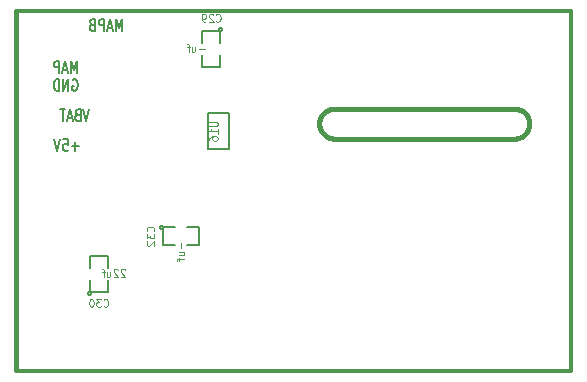
<source format=gbo>
G04 (created by PCBNEW-RS274X (20100406 SVN-R2508)-final) date 6/3/2010 10:02:14 PM*
G01*
G70*
G90*
%MOIN*%
G04 Gerber Fmt 3.4, Leading zero omitted, Abs format*
%FSLAX34Y34*%
G04 APERTURE LIST*
%ADD10C,0.006000*%
%ADD11C,0.012000*%
%ADD12C,0.015000*%
%ADD13C,0.005000*%
%ADD14C,0.004200*%
G04 APERTURE END LIST*
G54D10*
G54D11*
X39500Y-43250D02*
X21000Y-43250D01*
X39500Y-55250D02*
X39500Y-43250D01*
X21000Y-55250D02*
X39500Y-55250D01*
G54D12*
X21000Y-55200D02*
X21000Y-55000D01*
X31600Y-46500D02*
X31557Y-46502D01*
X31514Y-46508D01*
X31471Y-46518D01*
X31429Y-46531D01*
X31389Y-46547D01*
X31351Y-46567D01*
X31314Y-46591D01*
X31279Y-46617D01*
X31247Y-46647D01*
X31217Y-46679D01*
X31191Y-46714D01*
X31167Y-46751D01*
X31147Y-46789D01*
X31131Y-46829D01*
X31118Y-46871D01*
X31108Y-46914D01*
X31102Y-46957D01*
X31100Y-47000D01*
X31100Y-47000D02*
X31102Y-47043D01*
X31108Y-47086D01*
X31118Y-47129D01*
X31131Y-47171D01*
X31147Y-47211D01*
X31167Y-47249D01*
X31191Y-47286D01*
X31217Y-47321D01*
X31247Y-47353D01*
X31279Y-47383D01*
X31314Y-47409D01*
X31351Y-47433D01*
X31389Y-47453D01*
X31429Y-47469D01*
X31471Y-47482D01*
X31514Y-47492D01*
X31557Y-47498D01*
X31600Y-47500D01*
X37600Y-47500D02*
X37643Y-47498D01*
X37686Y-47492D01*
X37729Y-47482D01*
X37771Y-47469D01*
X37811Y-47453D01*
X37850Y-47433D01*
X37886Y-47409D01*
X37921Y-47383D01*
X37953Y-47353D01*
X37983Y-47321D01*
X38009Y-47286D01*
X38033Y-47249D01*
X38053Y-47211D01*
X38069Y-47171D01*
X38082Y-47129D01*
X38092Y-47086D01*
X38098Y-47043D01*
X38100Y-47000D01*
X38100Y-47000D02*
X38098Y-46957D01*
X38092Y-46914D01*
X38082Y-46871D01*
X38069Y-46829D01*
X38053Y-46789D01*
X38033Y-46751D01*
X38009Y-46714D01*
X37983Y-46679D01*
X37953Y-46647D01*
X37921Y-46617D01*
X37886Y-46591D01*
X37850Y-46567D01*
X37811Y-46547D01*
X37771Y-46531D01*
X37729Y-46518D01*
X37686Y-46508D01*
X37643Y-46502D01*
X37600Y-46500D01*
X31600Y-47500D02*
X37600Y-47500D01*
X37600Y-46500D02*
X31600Y-46500D01*
G54D13*
X23086Y-47760D02*
X22857Y-47760D01*
X22971Y-47912D02*
X22971Y-47607D01*
X22572Y-47512D02*
X22715Y-47512D01*
X22729Y-47702D01*
X22715Y-47683D01*
X22686Y-47664D01*
X22615Y-47664D01*
X22586Y-47683D01*
X22572Y-47702D01*
X22557Y-47740D01*
X22557Y-47836D01*
X22572Y-47874D01*
X22586Y-47893D01*
X22615Y-47912D01*
X22686Y-47912D01*
X22715Y-47893D01*
X22729Y-47874D01*
X22471Y-47512D02*
X22371Y-47912D01*
X22271Y-47512D01*
X23442Y-46512D02*
X23342Y-46912D01*
X23242Y-46512D01*
X23043Y-46702D02*
X23000Y-46721D01*
X22985Y-46740D01*
X22971Y-46779D01*
X22971Y-46836D01*
X22985Y-46874D01*
X23000Y-46893D01*
X23028Y-46912D01*
X23143Y-46912D01*
X23143Y-46512D01*
X23043Y-46512D01*
X23014Y-46531D01*
X23000Y-46550D01*
X22985Y-46588D01*
X22985Y-46626D01*
X23000Y-46664D01*
X23014Y-46683D01*
X23043Y-46702D01*
X23143Y-46702D01*
X22857Y-46798D02*
X22714Y-46798D01*
X22885Y-46912D02*
X22785Y-46512D01*
X22685Y-46912D01*
X22628Y-46512D02*
X22457Y-46512D01*
X22543Y-46912D02*
X22543Y-46512D01*
X22878Y-45531D02*
X22907Y-45512D01*
X22950Y-45512D01*
X22993Y-45531D01*
X23021Y-45569D01*
X23036Y-45607D01*
X23050Y-45683D01*
X23050Y-45740D01*
X23036Y-45817D01*
X23021Y-45855D01*
X22993Y-45893D01*
X22950Y-45912D01*
X22921Y-45912D01*
X22878Y-45893D01*
X22864Y-45874D01*
X22864Y-45740D01*
X22921Y-45740D01*
X22736Y-45912D02*
X22736Y-45512D01*
X22564Y-45912D01*
X22564Y-45512D01*
X22422Y-45912D02*
X22422Y-45512D01*
X22350Y-45512D01*
X22307Y-45531D01*
X22279Y-45569D01*
X22264Y-45607D01*
X22250Y-45683D01*
X22250Y-45740D01*
X22264Y-45817D01*
X22279Y-45855D01*
X22307Y-45893D01*
X22350Y-45912D01*
X22422Y-45912D01*
X23029Y-45312D02*
X23029Y-44912D01*
X22929Y-45198D01*
X22829Y-44912D01*
X22829Y-45312D01*
X22700Y-45198D02*
X22557Y-45198D01*
X22728Y-45312D02*
X22628Y-44912D01*
X22528Y-45312D01*
X22429Y-45312D02*
X22429Y-44912D01*
X22314Y-44912D01*
X22286Y-44931D01*
X22271Y-44950D01*
X22257Y-44988D01*
X22257Y-45045D01*
X22271Y-45083D01*
X22286Y-45102D01*
X22314Y-45121D01*
X22429Y-45121D01*
X24529Y-43912D02*
X24529Y-43512D01*
X24429Y-43798D01*
X24329Y-43512D01*
X24329Y-43912D01*
X24200Y-43798D02*
X24057Y-43798D01*
X24228Y-43912D02*
X24128Y-43512D01*
X24028Y-43912D01*
X23929Y-43912D02*
X23929Y-43512D01*
X23814Y-43512D01*
X23786Y-43531D01*
X23771Y-43550D01*
X23757Y-43588D01*
X23757Y-43645D01*
X23771Y-43683D01*
X23786Y-43702D01*
X23814Y-43721D01*
X23929Y-43721D01*
X23529Y-43702D02*
X23486Y-43721D01*
X23471Y-43740D01*
X23457Y-43779D01*
X23457Y-43836D01*
X23471Y-43874D01*
X23486Y-43893D01*
X23514Y-43912D01*
X23629Y-43912D01*
X23629Y-43512D01*
X23529Y-43512D01*
X23500Y-43531D01*
X23486Y-43550D01*
X23471Y-43588D01*
X23471Y-43626D01*
X23486Y-43664D01*
X23500Y-43683D01*
X23529Y-43702D01*
X23629Y-43702D01*
G54D12*
X21000Y-43250D02*
X21000Y-55000D01*
G54D13*
X27400Y-47850D02*
X28100Y-47850D01*
X28100Y-47850D02*
X28100Y-46650D01*
X28100Y-46650D02*
X27400Y-46650D01*
X27400Y-46650D02*
X27400Y-47850D01*
X23500Y-52650D02*
X23499Y-52659D01*
X23496Y-52669D01*
X23491Y-52677D01*
X23485Y-52685D01*
X23477Y-52691D01*
X23469Y-52696D01*
X23460Y-52698D01*
X23450Y-52699D01*
X23441Y-52699D01*
X23432Y-52696D01*
X23423Y-52691D01*
X23416Y-52685D01*
X23409Y-52678D01*
X23405Y-52669D01*
X23402Y-52660D01*
X23401Y-52650D01*
X23401Y-52641D01*
X23404Y-52632D01*
X23408Y-52623D01*
X23415Y-52616D01*
X23422Y-52609D01*
X23430Y-52605D01*
X23440Y-52602D01*
X23449Y-52601D01*
X23458Y-52601D01*
X23468Y-52604D01*
X23476Y-52608D01*
X23484Y-52614D01*
X23490Y-52622D01*
X23495Y-52630D01*
X23498Y-52639D01*
X23499Y-52649D01*
X23500Y-52650D01*
X23450Y-52200D02*
X23450Y-52600D01*
X23450Y-52600D02*
X24050Y-52600D01*
X24050Y-52600D02*
X24050Y-52200D01*
X24050Y-51800D02*
X24050Y-51400D01*
X24050Y-51400D02*
X23450Y-51400D01*
X23450Y-51400D02*
X23450Y-51800D01*
X25900Y-50450D02*
X25899Y-50459D01*
X25896Y-50469D01*
X25891Y-50477D01*
X25885Y-50485D01*
X25877Y-50491D01*
X25869Y-50496D01*
X25860Y-50498D01*
X25850Y-50499D01*
X25841Y-50499D01*
X25832Y-50496D01*
X25823Y-50491D01*
X25816Y-50485D01*
X25809Y-50478D01*
X25805Y-50469D01*
X25802Y-50460D01*
X25801Y-50450D01*
X25801Y-50441D01*
X25804Y-50432D01*
X25808Y-50423D01*
X25815Y-50416D01*
X25822Y-50409D01*
X25830Y-50405D01*
X25840Y-50402D01*
X25849Y-50401D01*
X25858Y-50401D01*
X25868Y-50404D01*
X25876Y-50408D01*
X25884Y-50414D01*
X25890Y-50422D01*
X25895Y-50430D01*
X25898Y-50439D01*
X25899Y-50449D01*
X25900Y-50450D01*
X26300Y-50450D02*
X25900Y-50450D01*
X25900Y-50450D02*
X25900Y-51050D01*
X25900Y-51050D02*
X26300Y-51050D01*
X26700Y-51050D02*
X27100Y-51050D01*
X27100Y-51050D02*
X27100Y-50450D01*
X27100Y-50450D02*
X26700Y-50450D01*
X27850Y-43850D02*
X27849Y-43859D01*
X27846Y-43869D01*
X27841Y-43877D01*
X27835Y-43885D01*
X27827Y-43891D01*
X27819Y-43896D01*
X27810Y-43898D01*
X27800Y-43899D01*
X27791Y-43899D01*
X27782Y-43896D01*
X27773Y-43891D01*
X27766Y-43885D01*
X27759Y-43878D01*
X27755Y-43869D01*
X27752Y-43860D01*
X27751Y-43850D01*
X27751Y-43841D01*
X27754Y-43832D01*
X27758Y-43823D01*
X27765Y-43816D01*
X27772Y-43809D01*
X27780Y-43805D01*
X27790Y-43802D01*
X27799Y-43801D01*
X27808Y-43801D01*
X27818Y-43804D01*
X27826Y-43808D01*
X27834Y-43814D01*
X27840Y-43822D01*
X27845Y-43830D01*
X27848Y-43839D01*
X27849Y-43849D01*
X27850Y-43850D01*
X27800Y-44300D02*
X27800Y-43900D01*
X27800Y-43900D02*
X27200Y-43900D01*
X27200Y-43900D02*
X27200Y-44300D01*
X27200Y-44700D02*
X27200Y-45100D01*
X27200Y-45100D02*
X27800Y-45100D01*
X27800Y-45100D02*
X27800Y-44700D01*
G54D14*
X27421Y-46941D02*
X27664Y-46941D01*
X27693Y-46952D01*
X27707Y-46964D01*
X27721Y-46988D01*
X27721Y-47036D01*
X27707Y-47060D01*
X27693Y-47071D01*
X27664Y-47083D01*
X27421Y-47083D01*
X27721Y-47333D02*
X27721Y-47191D01*
X27721Y-47262D02*
X27421Y-47262D01*
X27464Y-47238D01*
X27493Y-47214D01*
X27507Y-47191D01*
X27421Y-47548D02*
X27421Y-47500D01*
X27436Y-47476D01*
X27450Y-47464D01*
X27493Y-47441D01*
X27550Y-47429D01*
X27664Y-47429D01*
X27693Y-47441D01*
X27707Y-47452D01*
X27721Y-47476D01*
X27721Y-47524D01*
X27707Y-47548D01*
X27693Y-47560D01*
X27664Y-47571D01*
X27593Y-47571D01*
X27564Y-47560D01*
X27550Y-47548D01*
X27536Y-47524D01*
X27536Y-47476D01*
X27550Y-47452D01*
X27564Y-47441D01*
X27593Y-47429D01*
X23911Y-53077D02*
X23923Y-53089D01*
X23958Y-53101D01*
X23982Y-53101D01*
X24018Y-53089D01*
X24042Y-53065D01*
X24053Y-53042D01*
X24065Y-52994D01*
X24065Y-52958D01*
X24053Y-52911D01*
X24042Y-52887D01*
X24018Y-52863D01*
X23982Y-52851D01*
X23958Y-52851D01*
X23923Y-52863D01*
X23911Y-52875D01*
X23827Y-52851D02*
X23673Y-52851D01*
X23756Y-52946D01*
X23720Y-52946D01*
X23696Y-52958D01*
X23684Y-52970D01*
X23673Y-52994D01*
X23673Y-53054D01*
X23684Y-53077D01*
X23696Y-53089D01*
X23720Y-53101D01*
X23792Y-53101D01*
X23815Y-53089D01*
X23827Y-53077D01*
X23518Y-52851D02*
X23494Y-52851D01*
X23470Y-52863D01*
X23458Y-52875D01*
X23446Y-52899D01*
X23435Y-52946D01*
X23435Y-53006D01*
X23446Y-53054D01*
X23458Y-53077D01*
X23470Y-53089D01*
X23494Y-53101D01*
X23518Y-53101D01*
X23542Y-53089D01*
X23554Y-53077D01*
X23565Y-53054D01*
X23577Y-53006D01*
X23577Y-52946D01*
X23565Y-52899D01*
X23554Y-52875D01*
X23542Y-52863D01*
X23518Y-52851D01*
X24624Y-51875D02*
X24612Y-51863D01*
X24589Y-51851D01*
X24529Y-51851D01*
X24505Y-51863D01*
X24493Y-51875D01*
X24482Y-51899D01*
X24482Y-51923D01*
X24493Y-51958D01*
X24636Y-52101D01*
X24482Y-52101D01*
X24386Y-51875D02*
X24374Y-51863D01*
X24351Y-51851D01*
X24291Y-51851D01*
X24267Y-51863D01*
X24255Y-51875D01*
X24244Y-51899D01*
X24244Y-51923D01*
X24255Y-51958D01*
X24398Y-52101D01*
X24244Y-52101D01*
X24029Y-51935D02*
X24029Y-52101D01*
X24136Y-51935D02*
X24136Y-52065D01*
X24125Y-52089D01*
X24101Y-52101D01*
X24065Y-52101D01*
X24041Y-52089D01*
X24029Y-52077D01*
X23946Y-51935D02*
X23851Y-51935D01*
X23910Y-52101D02*
X23910Y-51887D01*
X23899Y-51863D01*
X23875Y-51851D01*
X23851Y-51851D01*
X25577Y-50589D02*
X25589Y-50577D01*
X25601Y-50542D01*
X25601Y-50518D01*
X25589Y-50482D01*
X25565Y-50458D01*
X25542Y-50447D01*
X25494Y-50435D01*
X25458Y-50435D01*
X25411Y-50447D01*
X25387Y-50458D01*
X25363Y-50482D01*
X25351Y-50518D01*
X25351Y-50542D01*
X25363Y-50577D01*
X25375Y-50589D01*
X25351Y-50673D02*
X25351Y-50827D01*
X25446Y-50744D01*
X25446Y-50780D01*
X25458Y-50804D01*
X25470Y-50816D01*
X25494Y-50827D01*
X25554Y-50827D01*
X25577Y-50816D01*
X25589Y-50804D01*
X25601Y-50780D01*
X25601Y-50708D01*
X25589Y-50685D01*
X25577Y-50673D01*
X25375Y-50923D02*
X25363Y-50935D01*
X25351Y-50958D01*
X25351Y-51018D01*
X25363Y-51042D01*
X25375Y-51054D01*
X25399Y-51065D01*
X25423Y-51065D01*
X25458Y-51054D01*
X25601Y-50911D01*
X25601Y-51065D01*
X26506Y-50971D02*
X26506Y-51161D01*
X26435Y-51388D02*
X26601Y-51388D01*
X26435Y-51281D02*
X26565Y-51281D01*
X26589Y-51292D01*
X26601Y-51316D01*
X26601Y-51352D01*
X26589Y-51376D01*
X26577Y-51388D01*
X26435Y-51471D02*
X26435Y-51566D01*
X26601Y-51507D02*
X26387Y-51507D01*
X26363Y-51518D01*
X26351Y-51542D01*
X26351Y-51566D01*
X27661Y-43577D02*
X27673Y-43589D01*
X27708Y-43601D01*
X27732Y-43601D01*
X27768Y-43589D01*
X27792Y-43565D01*
X27803Y-43542D01*
X27815Y-43494D01*
X27815Y-43458D01*
X27803Y-43411D01*
X27792Y-43387D01*
X27768Y-43363D01*
X27732Y-43351D01*
X27708Y-43351D01*
X27673Y-43363D01*
X27661Y-43375D01*
X27565Y-43375D02*
X27553Y-43363D01*
X27530Y-43351D01*
X27470Y-43351D01*
X27446Y-43363D01*
X27434Y-43375D01*
X27423Y-43399D01*
X27423Y-43423D01*
X27434Y-43458D01*
X27577Y-43601D01*
X27423Y-43601D01*
X27304Y-43601D02*
X27256Y-43601D01*
X27232Y-43589D01*
X27220Y-43577D01*
X27196Y-43542D01*
X27185Y-43494D01*
X27185Y-43399D01*
X27196Y-43375D01*
X27208Y-43363D01*
X27232Y-43351D01*
X27280Y-43351D01*
X27304Y-43363D01*
X27315Y-43375D01*
X27327Y-43399D01*
X27327Y-43458D01*
X27315Y-43482D01*
X27304Y-43494D01*
X27280Y-43506D01*
X27232Y-43506D01*
X27208Y-43494D01*
X27196Y-43482D01*
X27185Y-43458D01*
X27279Y-44506D02*
X27089Y-44506D01*
X26862Y-44435D02*
X26862Y-44601D01*
X26969Y-44435D02*
X26969Y-44565D01*
X26958Y-44589D01*
X26934Y-44601D01*
X26898Y-44601D01*
X26874Y-44589D01*
X26862Y-44577D01*
X26779Y-44435D02*
X26684Y-44435D01*
X26743Y-44601D02*
X26743Y-44387D01*
X26732Y-44363D01*
X26708Y-44351D01*
X26684Y-44351D01*
M02*

</source>
